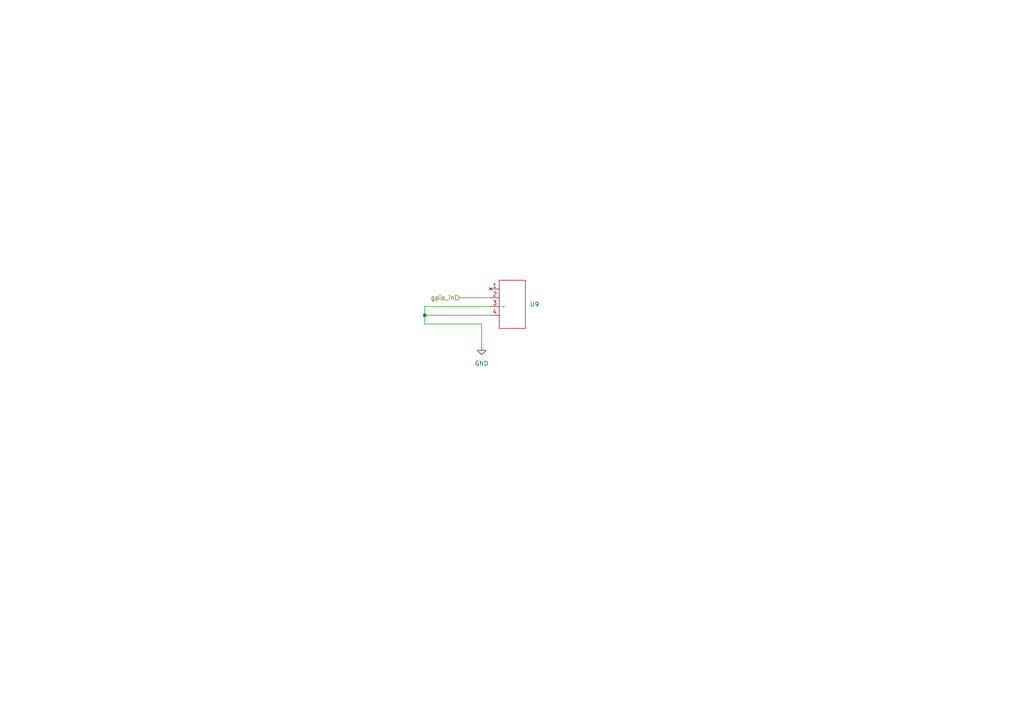
<source format=kicad_sch>
(kicad_sch (version 20230121) (generator eeschema)
  (paper "A4")
  (lib_symbols
    (symbol "cdog_symbols:Tactile_Button_C2888437"
      (property "Reference" "U" (at 0 0 0))
      (property "LCSC" "C221902" (at 2.54 -5.08 0))
      (symbol "Tactile_Button_C2888437_0_1"
        (rectangle (start -1.27 7.62) (end 6.35 -6.35))
      )
      (symbol "Tactile_Button_C2888437_1_1"
        (pin no_connect line (at -3.81 5.08 0) (length 2.54) (name "") (number "1"))
        (pin input line (at -3.81 2.54 0) (length 2.54) (name "") (number "2"))
        (pin input line (at -3.81 0 0) (length 2.54) (name "") (number "3"))
        (pin input line (at -3.81 -2.54 0) (length 2.54) (name "") (number "4"))
      )
    )
    (symbol "power:GND" (power) (pin_names (offset 0))
      (property "Value" "GND" (at 0 -3.81 0))
      (symbol "GND_0_1"
        (polyline (pts (xy 0 0) (xy 0 -1.27) (xy 1.27 -1.27) (xy 0 -2.54) (xy -1.27 -1.27) (xy 0 -1.27)))
      )
      (symbol "GND_1_1"
        (pin power_in line (at 0 0 270) (length 0) hide (name "GND") (number "1"))
      )
    )
  )
  (junction (at 123.19 91.44))
  (wire (pts (xy 123.19 88.9) (xy 142.24 88.9)))
  (wire (pts (xy 123.19 93.98) (xy 139.7 93.98)))
  (wire (pts (xy 133.35 86.36) (xy 142.24 86.36)))
  (wire (pts (xy 139.7 93.98) (xy 139.7 100.33)))
  (wire (pts (xy 123.19 88.9) (xy 123.19 91.44)))
  (wire (pts (xy 123.19 91.44) (xy 123.19 93.98)))
  (wire (pts (xy 123.19 91.44) (xy 142.24 91.44)))
  (hierarchical_label "gpio_in" (shape input) (at 133.35 86.36 180))
  (symbol (lib_id "cdog_symbols:Tactile_Button_C2888437") (at 146.05 88.9 0) (unit 1)
    (property "Reference" "U9" (at 153.67 88.265 0) (effects (justify left)))
    (property "Value" "~" (at 146.05 88.9 0))
    (property "Footprint" "cdog:Game_Conn_Button_C221902" (effects hide))
    (property "LCSC" "C221902" (effects hide))
  )
  (symbol (lib_id "power:GND") (at 139.7 100.33 0) (unit 1)
    (property "Reference" "#PWR024" (effects hide))
    (property "Value" "GND" (at 139.7 105.41 0))
  )
)
</source>
